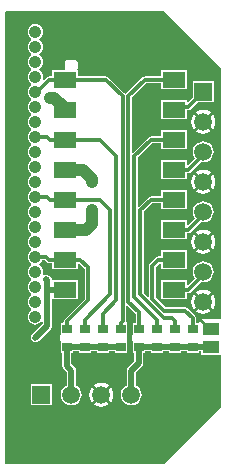
<source format=gbr>
G04*
G04 #@! TF.GenerationSoftware,Altium Limited,Altium Designer,24.9.1 (31)*
G04*
G04 Layer_Physical_Order=2*
G04 Layer_Color=16711680*
%FSLAX25Y25*%
%MOIN*%
G70*
G04*
G04 #@! TF.SameCoordinates,DAC1C6B3-9DD7-490D-B82B-BCBA8ACD2817*
G04*
G04*
G04 #@! TF.FilePolarity,Positive*
G04*
G01*
G75*
%ADD11C,0.02000*%
%ADD31R,0.03200X0.03000*%
%ADD36C,0.04000*%
%ADD37C,0.01200*%
%ADD38C,0.04200*%
%ADD39C,0.05906*%
%ADD40R,0.05906X0.05906*%
%ADD41R,0.05900X0.05900*%
%ADD42C,0.05900*%
%ADD43C,0.02000*%
%ADD44R,0.05512X0.04331*%
%ADD45R,0.07700X0.05300*%
G36*
X54000Y152000D02*
X73000Y133000D01*
Y49118D01*
X66451D01*
X69263Y46306D01*
X68556Y45599D01*
X65724Y48431D01*
X65600Y48050D01*
X65244Y48050D01*
X64622D01*
Y49500D01*
X64536Y49929D01*
X64293Y50293D01*
X64293Y50293D01*
X61793Y52793D01*
X61429Y53036D01*
X61000Y53122D01*
X61000Y53122D01*
X54465D01*
X51122Y56465D01*
Y66535D01*
X52250Y67664D01*
X52750Y67457D01*
Y65850D01*
X61450D01*
Y72150D01*
X52750D01*
Y70122D01*
X52000D01*
X52000Y70122D01*
X51571Y70036D01*
X51207Y69793D01*
X51207Y69793D01*
X49207Y67793D01*
X48964Y67429D01*
X48878Y67000D01*
X48878Y67000D01*
Y56861D01*
X48417Y56670D01*
X47122Y57965D01*
Y85035D01*
X49965Y87878D01*
X52750D01*
Y85850D01*
X61450D01*
Y92150D01*
X52750D01*
Y90122D01*
X49500D01*
X49500Y90122D01*
X49071Y90036D01*
X48707Y89793D01*
X48707Y89793D01*
X45622Y86708D01*
X45122Y86915D01*
Y103035D01*
X49965Y107878D01*
X52750D01*
Y105850D01*
X61450D01*
Y112150D01*
X52750D01*
Y110122D01*
X49500D01*
X49071Y110036D01*
X48707Y109793D01*
X48707Y109793D01*
X43622Y104708D01*
X43122Y104915D01*
Y123035D01*
X47965Y127878D01*
X52750D01*
Y125850D01*
X61450D01*
Y132150D01*
X52750D01*
Y130122D01*
X47500D01*
X47071Y130036D01*
X46707Y129793D01*
X46707Y129793D01*
X41339Y124425D01*
X41121Y124311D01*
X40681Y124405D01*
X35293Y129793D01*
X34929Y130036D01*
X34500Y130122D01*
X34500Y130122D01*
X25250D01*
Y132150D01*
X25161D01*
X24983Y132617D01*
X25141Y133000D01*
Y135000D01*
X24983Y135383D01*
X24600Y135541D01*
X21400D01*
X21017Y135383D01*
X20859Y135000D01*
Y133000D01*
X21017Y132617D01*
X20839Y132150D01*
X16550D01*
Y130122D01*
X15500D01*
X15071Y130036D01*
X14707Y129793D01*
X14707Y129793D01*
X13961Y129047D01*
X13533Y129321D01*
X13622Y130000D01*
X13533Y130679D01*
X13271Y131311D01*
X12854Y131854D01*
X12382Y132217D01*
X12343Y132500D01*
X12382Y132783D01*
X12854Y133146D01*
X13271Y133689D01*
X13533Y134321D01*
X13622Y135000D01*
X13533Y135679D01*
X13271Y136311D01*
X12854Y136854D01*
X12382Y137217D01*
X12343Y137500D01*
X12382Y137783D01*
X12854Y138146D01*
X13271Y138689D01*
X13533Y139321D01*
X13622Y140000D01*
X13533Y140679D01*
X13271Y141311D01*
X12854Y141854D01*
X12382Y142217D01*
X12343Y142500D01*
X12382Y142783D01*
X12854Y143146D01*
X13271Y143689D01*
X13533Y144321D01*
X13622Y145000D01*
X13533Y145679D01*
X13271Y146311D01*
X12854Y146854D01*
X12311Y147271D01*
X11679Y147533D01*
X11000Y147622D01*
X10321Y147533D01*
X9689Y147271D01*
X9146Y146854D01*
X8729Y146311D01*
X8467Y145679D01*
X8378Y145000D01*
X8467Y144321D01*
X8729Y143689D01*
X9146Y143146D01*
X9618Y142783D01*
X9657Y142500D01*
X9618Y142217D01*
X9146Y141854D01*
X8729Y141311D01*
X8467Y140679D01*
X8378Y140000D01*
X8467Y139321D01*
X8729Y138689D01*
X9146Y138146D01*
X9618Y137783D01*
X9657Y137500D01*
X9618Y137217D01*
X9146Y136854D01*
X8729Y136311D01*
X8467Y135679D01*
X8378Y135000D01*
X8467Y134321D01*
X8729Y133689D01*
X9146Y133146D01*
X9618Y132783D01*
X9657Y132500D01*
X9618Y132217D01*
X9146Y131854D01*
X8729Y131311D01*
X8467Y130679D01*
X8378Y130000D01*
X8467Y129321D01*
X8729Y128689D01*
X9146Y128146D01*
X9618Y127783D01*
X9657Y127500D01*
X9618Y127217D01*
X9146Y126854D01*
X8729Y126311D01*
X8467Y125679D01*
X8378Y125000D01*
X8467Y124321D01*
X8729Y123689D01*
X9146Y123146D01*
X9618Y122783D01*
X9657Y122500D01*
X9618Y122217D01*
X9146Y121854D01*
X8729Y121311D01*
X8467Y120679D01*
X8378Y120000D01*
X8467Y119321D01*
X8729Y118689D01*
X9146Y118146D01*
X9618Y117783D01*
X9657Y117500D01*
X9618Y117217D01*
X9146Y116854D01*
X8729Y116311D01*
X8467Y115679D01*
X8378Y115000D01*
X8467Y114321D01*
X8729Y113689D01*
X9146Y113146D01*
X9618Y112783D01*
X9657Y112500D01*
X9618Y112217D01*
X9146Y111854D01*
X8729Y111311D01*
X8467Y110679D01*
X8378Y110000D01*
X8467Y109321D01*
X8729Y108689D01*
X9146Y108146D01*
X9618Y107783D01*
X9657Y107500D01*
X9618Y107217D01*
X9146Y106854D01*
X8729Y106311D01*
X8467Y105679D01*
X8378Y105000D01*
X8467Y104321D01*
X8729Y103689D01*
X9146Y103146D01*
X9618Y102783D01*
X9657Y102500D01*
X9618Y102217D01*
X9146Y101854D01*
X8729Y101311D01*
X8467Y100679D01*
X8378Y100000D01*
X8467Y99321D01*
X8729Y98689D01*
X9146Y98146D01*
X9618Y97783D01*
X9657Y97500D01*
X9618Y97217D01*
X9146Y96854D01*
X8729Y96311D01*
X8467Y95679D01*
X8378Y95000D01*
X8467Y94321D01*
X8729Y93689D01*
X9146Y93146D01*
X9618Y92783D01*
X9657Y92500D01*
X9618Y92217D01*
X9146Y91854D01*
X8729Y91311D01*
X8467Y90679D01*
X8378Y90000D01*
X8467Y89321D01*
X8729Y88689D01*
X9146Y88146D01*
X9618Y87783D01*
X9657Y87500D01*
X9618Y87217D01*
X9146Y86854D01*
X8729Y86311D01*
X8467Y85679D01*
X8378Y85000D01*
X8467Y84321D01*
X8729Y83689D01*
X9146Y83146D01*
X9618Y82783D01*
X9657Y82500D01*
X9618Y82217D01*
X9146Y81854D01*
X8729Y81311D01*
X8467Y80679D01*
X8378Y80000D01*
X8467Y79321D01*
X8729Y78689D01*
X9146Y78146D01*
X9618Y77783D01*
X9657Y77500D01*
X9618Y77217D01*
X9146Y76854D01*
X8729Y76311D01*
X8467Y75679D01*
X8378Y75000D01*
X8467Y74321D01*
X8729Y73689D01*
X9146Y73146D01*
X9618Y72783D01*
X9657Y72500D01*
X9618Y72217D01*
X9146Y71854D01*
X8729Y71311D01*
X8467Y70679D01*
X8378Y70000D01*
X8467Y69321D01*
X8729Y68689D01*
X9146Y68146D01*
X9618Y67783D01*
X9657Y67500D01*
X9618Y67217D01*
X9146Y66854D01*
X8729Y66311D01*
X8467Y65679D01*
X8378Y65000D01*
X8467Y64321D01*
X8729Y63689D01*
X9146Y63146D01*
X9618Y62783D01*
X9657Y62500D01*
X9618Y62217D01*
X9146Y61854D01*
X8729Y61311D01*
X8467Y60679D01*
X8378Y60000D01*
X8467Y59321D01*
X8729Y58689D01*
X9146Y58146D01*
X9618Y57783D01*
X9657Y57500D01*
X9618Y57217D01*
X9146Y56854D01*
X8729Y56311D01*
X8467Y55679D01*
X8378Y55000D01*
X8467Y54321D01*
X8729Y53689D01*
X9146Y53146D01*
X9618Y52783D01*
X9657Y52500D01*
X9618Y52217D01*
X9146Y51854D01*
X8729Y51311D01*
X8467Y50679D01*
X8378Y50000D01*
X8467Y49321D01*
X8729Y48689D01*
X9146Y48146D01*
X9689Y47729D01*
X10321Y47467D01*
X11000Y47378D01*
X11679Y47467D01*
X12311Y47729D01*
X12854Y48146D01*
X12971Y48297D01*
X13471Y48127D01*
Y47633D01*
X9919Y44081D01*
X9587Y43585D01*
X9471Y43000D01*
X9587Y42415D01*
X9919Y41919D01*
X10415Y41587D01*
X11000Y41471D01*
X11585Y41587D01*
X12081Y41919D01*
X16081Y45919D01*
X16413Y46415D01*
X16432Y46512D01*
X16529Y47000D01*
Y55358D01*
X16550Y55850D01*
X25250D01*
Y62150D01*
X16593D01*
X16413Y62585D01*
X16413Y62585D01*
X16413Y62585D01*
X16081Y63081D01*
X15581Y63581D01*
X15085Y63913D01*
X14500Y64029D01*
X13915Y63913D01*
X13902Y63904D01*
X13498Y64236D01*
X13533Y64321D01*
X13622Y65000D01*
X13533Y65679D01*
X13271Y66311D01*
X12854Y66854D01*
X12382Y67217D01*
X12343Y67500D01*
X12382Y67783D01*
X12854Y68146D01*
X13271Y68689D01*
X13350Y68878D01*
X14035D01*
X14707Y68207D01*
X14707Y68207D01*
X15071Y67964D01*
X15500Y67878D01*
X16550D01*
Y65850D01*
X25250D01*
Y67457D01*
X25750Y67664D01*
X27378Y66035D01*
Y55965D01*
X20707Y49293D01*
X20464Y48929D01*
X20378Y48500D01*
X20273Y48050D01*
X19400D01*
Y44100D01*
X19359Y44000D01*
Y42000D01*
X19400Y41901D01*
Y37950D01*
X19971D01*
Y33500D01*
X20087Y32915D01*
X20419Y32419D01*
X21471Y31367D01*
Y27101D01*
X21260Y27014D01*
X20539Y26461D01*
X19986Y25740D01*
X19639Y24901D01*
X19520Y24000D01*
X19639Y23099D01*
X19986Y22260D01*
X20539Y21539D01*
X21260Y20986D01*
X22099Y20639D01*
X23000Y20520D01*
X23901Y20639D01*
X24740Y20986D01*
X25461Y21539D01*
X26014Y22260D01*
X26361Y23099D01*
X26480Y24000D01*
X26361Y24901D01*
X26014Y25740D01*
X25461Y26461D01*
X24740Y27014D01*
X24529Y27101D01*
Y32000D01*
X24413Y32585D01*
X24081Y33081D01*
X23029Y34133D01*
Y37950D01*
X23600D01*
Y38421D01*
X25400D01*
Y37950D01*
X29600D01*
Y38421D01*
X31400D01*
Y37950D01*
X35600D01*
Y38421D01*
X37400D01*
Y37950D01*
X41600D01*
Y41901D01*
X41641Y42000D01*
Y44000D01*
X41600Y44100D01*
Y48050D01*
X41600D01*
X41212Y48550D01*
X41222Y48600D01*
X41222Y48600D01*
Y53539D01*
X41684Y53730D01*
X44378Y51035D01*
Y48050D01*
X43400D01*
Y44100D01*
X43359Y44000D01*
Y42000D01*
X43400Y41901D01*
Y37950D01*
X43971D01*
Y35133D01*
X41919Y33081D01*
X41587Y32585D01*
X41471Y32000D01*
Y27101D01*
X41260Y27014D01*
X40539Y26461D01*
X39986Y25740D01*
X39639Y24901D01*
X39520Y24000D01*
X39639Y23099D01*
X39986Y22260D01*
X40539Y21539D01*
X41260Y20986D01*
X42099Y20639D01*
X43000Y20520D01*
X43901Y20639D01*
X44740Y20986D01*
X45461Y21539D01*
X46014Y22260D01*
X46361Y23099D01*
X46480Y24000D01*
X46361Y24901D01*
X46014Y25740D01*
X45461Y26461D01*
X44740Y27014D01*
X44529Y27101D01*
Y31367D01*
X46581Y33419D01*
X46913Y33915D01*
X46932Y34012D01*
X47029Y34500D01*
Y37950D01*
X47600D01*
Y38421D01*
X49400D01*
Y37950D01*
X53600D01*
Y38421D01*
X55400D01*
Y37950D01*
X59600D01*
Y38421D01*
X61400D01*
Y37950D01*
X65600D01*
Y38421D01*
X66244D01*
Y37382D01*
X72500D01*
X72756Y37382D01*
X73000Y36983D01*
X73000Y36983D01*
Y20000D01*
X54000Y1000D01*
X1000D01*
Y151646D01*
X1354Y152000D01*
X54000Y152000D01*
D02*
G37*
%LPC*%
G36*
X70453Y128453D02*
X63547D01*
Y123133D01*
X61950Y121536D01*
X61450Y121743D01*
Y122150D01*
X52750D01*
Y115850D01*
X61450D01*
Y118878D01*
X62000D01*
X62000Y118878D01*
X62429Y118964D01*
X62793Y119207D01*
X65133Y121547D01*
X70453D01*
Y128453D01*
D02*
G37*
G36*
X67000Y118987D02*
X65968Y118851D01*
X65007Y118453D01*
X64581Y118126D01*
X67000Y115707D01*
X69419Y118126D01*
X68993Y118453D01*
X68032Y118851D01*
X67000Y118987D01*
D02*
G37*
G36*
X70126Y117419D02*
X67707Y115000D01*
X70126Y112581D01*
X70453Y113007D01*
X70851Y113968D01*
X70987Y115000D01*
X70851Y116032D01*
X70453Y116993D01*
X70126Y117419D01*
D02*
G37*
G36*
X63874D02*
X63547Y116993D01*
X63149Y116032D01*
X63013Y115000D01*
X63149Y113968D01*
X63547Y113007D01*
X63874Y112581D01*
X66293Y115000D01*
X63874Y117419D01*
D02*
G37*
G36*
X67000Y114293D02*
X64581Y111874D01*
X65007Y111547D01*
X65968Y111149D01*
X67000Y111013D01*
X68032Y111149D01*
X68993Y111547D01*
X69419Y111874D01*
X67000Y114293D01*
D02*
G37*
G36*
Y108483D02*
X66099Y108364D01*
X65259Y108016D01*
X64538Y107463D01*
X63984Y106741D01*
X63636Y105901D01*
X63517Y105000D01*
X63636Y104099D01*
X63984Y103259D01*
X64283Y102869D01*
X61950Y100536D01*
X61450Y100743D01*
Y102150D01*
X52750D01*
Y95850D01*
X61450D01*
Y97878D01*
X62000D01*
X62000Y97878D01*
X62429Y97964D01*
X62793Y98207D01*
X66208Y101622D01*
X67000Y101517D01*
X67901Y101636D01*
X68741Y101984D01*
X69463Y102538D01*
X70016Y103259D01*
X70364Y104099D01*
X70482Y105000D01*
X70364Y105901D01*
X70016Y106741D01*
X69463Y107463D01*
X68741Y108016D01*
X67901Y108364D01*
X67000Y108483D01*
D02*
G37*
G36*
Y98987D02*
X65968Y98851D01*
X65007Y98453D01*
X64581Y98126D01*
X67000Y95707D01*
X69419Y98126D01*
X68993Y98453D01*
X68032Y98851D01*
X67000Y98987D01*
D02*
G37*
G36*
X70126Y97419D02*
X67707Y95000D01*
X70126Y92581D01*
X70453Y93007D01*
X70851Y93968D01*
X70987Y95000D01*
X70851Y96032D01*
X70453Y96993D01*
X70126Y97419D01*
D02*
G37*
G36*
X63874D02*
X63547Y96993D01*
X63149Y96032D01*
X63013Y95000D01*
X63149Y93968D01*
X63547Y93007D01*
X63874Y92581D01*
X66293Y95000D01*
X63874Y97419D01*
D02*
G37*
G36*
X67000Y94293D02*
X64581Y91874D01*
X65007Y91547D01*
X65968Y91149D01*
X67000Y91013D01*
X68032Y91149D01*
X68993Y91547D01*
X69419Y91874D01*
X67000Y94293D01*
D02*
G37*
G36*
Y88482D02*
X66099Y88364D01*
X65259Y88016D01*
X64538Y87463D01*
X63984Y86741D01*
X63636Y85901D01*
X63517Y85000D01*
X63636Y84099D01*
X63984Y83259D01*
X64283Y82869D01*
X61950Y80536D01*
X61450Y80743D01*
Y82150D01*
X52750D01*
Y75850D01*
X61450D01*
Y77878D01*
X62000D01*
X62000Y77878D01*
X62429Y77964D01*
X62793Y78207D01*
X66208Y81622D01*
X67000Y81517D01*
X67901Y81636D01*
X68741Y81984D01*
X69463Y82538D01*
X70016Y83259D01*
X70364Y84099D01*
X70482Y85000D01*
X70364Y85901D01*
X70016Y86741D01*
X69463Y87463D01*
X68741Y88016D01*
X67901Y88364D01*
X67000Y88482D01*
D02*
G37*
G36*
Y78987D02*
X65968Y78851D01*
X65007Y78453D01*
X64581Y78126D01*
X67000Y75707D01*
X69419Y78126D01*
X68993Y78453D01*
X68032Y78851D01*
X67000Y78987D01*
D02*
G37*
G36*
X70126Y77419D02*
X67707Y75000D01*
X70126Y72581D01*
X70453Y73007D01*
X70851Y73968D01*
X70987Y75000D01*
X70851Y76032D01*
X70453Y76993D01*
X70126Y77419D01*
D02*
G37*
G36*
X63874D02*
X63547Y76993D01*
X63149Y76032D01*
X63013Y75000D01*
X63149Y73968D01*
X63547Y73007D01*
X63874Y72581D01*
X66293Y75000D01*
X63874Y77419D01*
D02*
G37*
G36*
X67000Y74293D02*
X64581Y71874D01*
X65007Y71547D01*
X65968Y71149D01*
X67000Y71013D01*
X68032Y71149D01*
X68993Y71547D01*
X69419Y71874D01*
X67000Y74293D01*
D02*
G37*
G36*
Y68483D02*
X66099Y68364D01*
X65259Y68016D01*
X64538Y67462D01*
X63984Y66741D01*
X63636Y65901D01*
X63517Y65000D01*
X63636Y64099D01*
X63984Y63259D01*
X64283Y62869D01*
X61950Y60536D01*
X61450Y60743D01*
Y62150D01*
X52750D01*
Y55850D01*
X61450D01*
Y57878D01*
X62000D01*
X62000Y57878D01*
X62429Y57964D01*
X62793Y58207D01*
X66208Y61622D01*
X67000Y61518D01*
X67901Y61636D01*
X68741Y61984D01*
X69463Y62537D01*
X70016Y63259D01*
X70364Y64099D01*
X70482Y65000D01*
X70364Y65901D01*
X70016Y66741D01*
X69463Y67462D01*
X68741Y68016D01*
X67901Y68364D01*
X67000Y68483D01*
D02*
G37*
G36*
Y58987D02*
X65968Y58851D01*
X65007Y58453D01*
X64581Y58126D01*
X67000Y55707D01*
X69419Y58126D01*
X68993Y58453D01*
X68032Y58851D01*
X67000Y58987D01*
D02*
G37*
G36*
X70126Y57419D02*
X67707Y55000D01*
X70126Y52581D01*
X70453Y53007D01*
X70851Y53968D01*
X70987Y55000D01*
X70851Y56032D01*
X70453Y56993D01*
X70126Y57419D01*
D02*
G37*
G36*
X63874D02*
X63547Y56993D01*
X63149Y56032D01*
X63013Y55000D01*
X63149Y53968D01*
X63547Y53007D01*
X63874Y52581D01*
X66293Y55000D01*
X63874Y57419D01*
D02*
G37*
G36*
X67000Y54293D02*
X64581Y51874D01*
X65007Y51547D01*
X65968Y51149D01*
X67000Y51013D01*
X68032Y51149D01*
X68993Y51547D01*
X69419Y51874D01*
X67000Y54293D01*
D02*
G37*
G36*
X33000Y27984D02*
X31969Y27848D01*
X31008Y27450D01*
X30583Y27124D01*
X33000Y24707D01*
X35417Y27124D01*
X34992Y27450D01*
X34031Y27848D01*
X33000Y27984D01*
D02*
G37*
G36*
X36124Y26417D02*
X33707Y24000D01*
X36124Y21583D01*
X36450Y22008D01*
X36848Y22969D01*
X36984Y24000D01*
X36848Y25031D01*
X36450Y25992D01*
X36124Y26417D01*
D02*
G37*
G36*
X29876D02*
X29550Y25992D01*
X29152Y25031D01*
X29016Y24000D01*
X29152Y22969D01*
X29550Y22008D01*
X29876Y21583D01*
X32293Y24000D01*
X29876Y26417D01*
D02*
G37*
G36*
X16450Y27450D02*
X9550D01*
Y20550D01*
X16450D01*
Y27450D01*
D02*
G37*
G36*
X33000Y23293D02*
X30583Y20876D01*
X31008Y20550D01*
X31969Y20152D01*
X33000Y20016D01*
X34031Y20152D01*
X34992Y20550D01*
X35417Y20876D01*
X33000Y23293D01*
D02*
G37*
%LPD*%
D11*
X45500Y34500D02*
Y39950D01*
X43000Y32000D02*
X45500Y34500D01*
X21500Y33500D02*
Y39950D01*
Y33500D02*
X23000Y32000D01*
X21500Y39950D02*
X27500D01*
X39500D01*
X43000Y24000D02*
Y32000D01*
X45500Y39950D02*
X57500D01*
X63500D01*
X68903D01*
X69000Y40047D01*
X11000Y43000D02*
X15000Y47000D01*
X14500Y62500D02*
X15000Y62000D01*
Y59000D02*
X20900D01*
X15000Y47000D02*
Y59000D01*
Y62000D01*
X23000Y24000D02*
Y32000D01*
D31*
X21500Y46050D02*
D03*
Y39950D02*
D03*
X27500Y46050D02*
D03*
Y39950D02*
D03*
X33500Y46050D02*
D03*
Y39950D02*
D03*
X39500Y46050D02*
D03*
Y39950D02*
D03*
X45500Y46050D02*
D03*
Y39950D02*
D03*
X51500Y46050D02*
D03*
Y39950D02*
D03*
X57500Y46050D02*
D03*
Y39950D02*
D03*
X63500Y46050D02*
D03*
Y39950D02*
D03*
D36*
X30000Y81000D02*
Y85500D01*
X28000Y79000D02*
X30000Y81000D01*
X20900Y79000D02*
X28000D01*
X30000Y95000D02*
Y96000D01*
X27000Y99000D02*
X30000Y96000D01*
X20900Y99000D02*
X27000D01*
X20150Y119500D02*
X20650Y119000D01*
X20150Y119500D02*
Y120200D01*
X17350Y123000D02*
X20150Y120200D01*
X16000Y123000D02*
X17350D01*
D37*
X15500Y129000D02*
X19200D01*
X11500Y125000D02*
X15500Y129000D01*
X11000Y125000D02*
X11500D01*
X36000Y57500D02*
Y85500D01*
X27500Y49000D02*
X36000Y57500D01*
X27500Y46550D02*
Y49000D01*
X33500Y51000D02*
X38000Y55500D01*
X33500Y46050D02*
Y51000D01*
X39500Y48000D02*
X40100Y48600D01*
X39500Y46050D02*
Y48000D01*
X40100Y48600D02*
Y123400D01*
X56500Y49500D02*
X57500Y48500D01*
X54000Y49500D02*
X56500D01*
X46000Y57500D02*
X54000Y49500D01*
X57500Y46550D02*
Y48500D01*
Y46550D02*
X58000Y46050D01*
X46000Y57500D02*
Y85500D01*
X54000Y52000D02*
X61000D01*
X50000Y56000D02*
X54000Y52000D01*
X50000Y56000D02*
Y67000D01*
X61000Y52000D02*
X63500Y49500D01*
Y46550D02*
Y49500D01*
Y46550D02*
X64000Y46050D01*
X44000Y56500D02*
X51500Y49000D01*
Y46550D02*
Y49000D01*
Y46550D02*
X52000Y46050D01*
X28500Y55500D02*
Y66500D01*
X21500Y48500D02*
X28500Y55500D01*
X21500Y46050D02*
Y48500D01*
Y46050D02*
X22073Y45477D01*
X50000Y67000D02*
X52000Y69000D01*
X15000Y90000D02*
X16000Y89000D01*
X20900D01*
X32500D02*
X36000Y85500D01*
X20900Y89000D02*
X32500D01*
X34500Y129000D02*
X40100Y123400D01*
X20900Y129000D02*
X34500D01*
X15500Y69000D02*
X20900D01*
X14500Y70000D02*
X15500Y69000D01*
X11000Y70000D02*
X14500D01*
X49500Y89000D02*
X57100D01*
X46000Y85500D02*
X49500Y89000D01*
Y109000D02*
X57100D01*
X44000Y103500D02*
X49500Y109000D01*
X32500D02*
X38000Y103500D01*
X20900Y109000D02*
X32500D01*
X62000Y120000D02*
X67000Y125000D01*
X58100Y120000D02*
X62000D01*
X67000Y104000D02*
Y105000D01*
X62000Y99000D02*
X67000Y104000D01*
X57100Y99000D02*
X62000D01*
X52000Y69000D02*
X57100D01*
X67000Y64000D02*
Y65000D01*
X62000Y59000D02*
X67000Y64000D01*
X57100Y59000D02*
X62000D01*
X67000Y84000D02*
Y85000D01*
X62000Y79000D02*
X67000Y84000D01*
X57100Y79000D02*
X62000D01*
X57100Y119000D02*
X58100Y120000D01*
X11000Y110000D02*
X15000D01*
X16000Y109000D01*
X20900D01*
X11000Y90000D02*
X15000D01*
X44000Y56500D02*
Y103500D01*
X27500Y46550D02*
X28500Y45550D01*
X21025Y46525D02*
X21975D01*
X22000Y46550D01*
X45500Y46050D02*
Y51500D01*
X19200Y129000D02*
Y129704D01*
X38000Y55500D02*
Y103500D01*
X42000Y55000D02*
X45500Y51500D01*
X55100Y129000D02*
X56100Y130000D01*
X42000Y55000D02*
Y123500D01*
X47500Y129000D01*
X55100D01*
X20900Y69000D02*
X26000D01*
X28500Y66500D01*
D38*
X11000Y50000D02*
D03*
Y55000D02*
D03*
Y60000D02*
D03*
Y65000D02*
D03*
Y70000D02*
D03*
Y75000D02*
D03*
Y80000D02*
D03*
Y85000D02*
D03*
Y90000D02*
D03*
Y95000D02*
D03*
Y100000D02*
D03*
Y105000D02*
D03*
Y110000D02*
D03*
Y115000D02*
D03*
Y120000D02*
D03*
Y125000D02*
D03*
Y130000D02*
D03*
Y135000D02*
D03*
Y140000D02*
D03*
Y145000D02*
D03*
D39*
X67000Y55000D02*
D03*
Y65000D02*
D03*
Y75000D02*
D03*
Y85000D02*
D03*
Y95000D02*
D03*
Y105000D02*
D03*
Y115000D02*
D03*
D40*
Y125000D02*
D03*
D41*
X13000Y24000D02*
D03*
D42*
X23000D02*
D03*
X33000D02*
D03*
X43000D02*
D03*
D43*
X30000Y85500D02*
D03*
Y95000D02*
D03*
X11000Y43000D02*
D03*
X16000Y123000D02*
D03*
X14500Y62500D02*
D03*
D44*
X69500Y40047D02*
D03*
Y45953D02*
D03*
D45*
X57100Y129000D02*
D03*
Y119000D02*
D03*
Y109000D02*
D03*
Y99000D02*
D03*
Y89000D02*
D03*
Y79000D02*
D03*
Y69000D02*
D03*
Y59000D02*
D03*
X20900D02*
D03*
Y69000D02*
D03*
Y79000D02*
D03*
Y89000D02*
D03*
Y99000D02*
D03*
Y109000D02*
D03*
Y119000D02*
D03*
Y129000D02*
D03*
M02*

</source>
